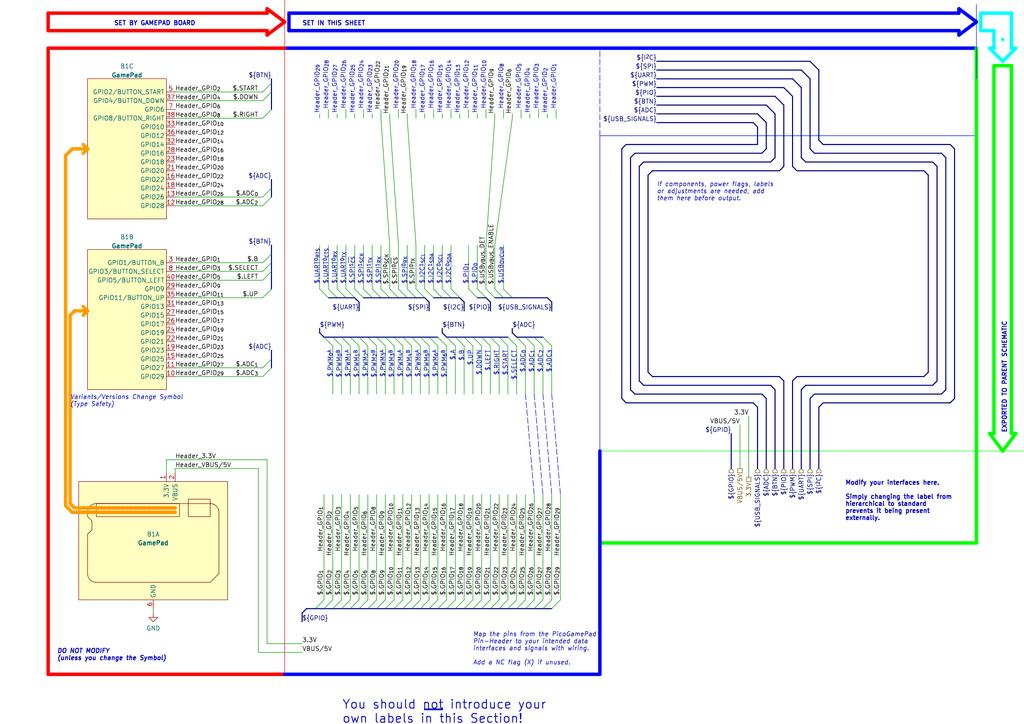
<source format=kicad_sch>
(kicad_sch (version 20211123) (generator eeschema)
  (paper "A4")
  (bus_alias "BTN" (members "A" "B" "UP" "DOWN" "LEFT" "RIGHT" "START" "SELECT"))
  (bus_alias "UART" (members "UART^{0}_{TX}" "UART^{0}_{RX}" "UART^{0}_{CTS}" "UART^{0}_{RTS}" "UART^{1}_{TX}" "UART^{1}_{RX}" "UART^{1}_{CTS}" "UART^{1}_{RTS}"))
  (bus_alias "USB_SIGNALS" (members "USB_{OVCUR}" "USB_{VBUS}_ENABLE" "USB_{VBUS}_DET"))
  (bus_alias "SPI" (members "SPI^{0}_{RX}" "SPI^{0}_{~{CS}}" "SPI^{0}_{SCK}" "SPI^{1}_{RX}" "SPI^{1}_{~{CS}}" "SPI^{1}_{SCK}" "SPI^{0}_{TX}" "SPI^{1}_{TX}"))
  (bus_alias "ADC" (members "ADC_{0}" "ADC_{1}" "ADC_{2}" "ADC_{3}"))
  (bus_alias "PIO" (members "PIO_{0}" "PIO_{1}"))
  (bus_alias "PWM" (members "PWM_{0}^{A}" "PWM_{0}^{B}" "PWM_{1}^{A}" "PWM_{2}^{A}" "PWM_{3}^{A}" "PWM_{4}^{A}" "PWM_{5}^{A}" "PWM_{6}^{A}" "PWM_{1}^{B}" "PWM_{2}^{B}" "PWM_{3}^{B}" "PWM_{4}^{B}" "PWM_{5}^{B}" "PWM_{6}^{B}"))
  (bus_alias "GPIO" (members "GPIO_{1}" "GPIO_{2}" "GPIO_{3}" "GPIO_{4}" "GPIO_{5}" "GPIO_{6}" "GPIO_{7}" "GPIO_{8}" "GPIO_{9}" "GPIO_{10}" "GPIO_{11}" "GPIO_{12}" "GPIO_{13}" "GPIO_{14}" "GPIO_{15}" "GPIO_{16}" "GPIO_{17}" "GPIO_{18}" "GPIO_{19}" "GPIO_{20}" "GPIO_{21}" "GPIO_{22}" "GPIO_{23}" "GPIO_{24}" "GPIO_{25}" "GPIO_{26}" "GPIO_{27}" "GPIO_{28}" "GPIO_{29}"))
  (bus_alias "CLOCK" (members "GPIN_{0}" "GPOUT_{0}" "GPIN_{1}" "GPOUT_{1}" "GPOUT_{2}" "GPOUT_{3}"))
  (bus_alias "I2C" (members "I2C^{0}_{SDA}" "I2C^{0}_{SCL}" "I2C^{1}_{SDA}" "I2C^{1}_{SCL}"))
  (bus_entry (at 152.4 176.53) (size 2.54 -2.54))
  (bus_entry (at 78.74 104.14) (size -2.54 2.54))
  (bus_entry (at 127 176.53) (size 2.54 -2.54))
  (bus_entry (at 140.97 86.36) (size -2.54 -2.54))
  (bus_entry (at 78.74 54.61) (size -2.54 2.54))
  (bus_entry (at 147.32 97.79) (size 2.54 2.54))
  (bus_entry (at 121.92 176.53) (size 2.54 -2.54))
  (bus_entry (at 124.46 176.53) (size 2.54 -2.54))
  (bus_entry (at 106.68 176.53) (size 2.54 -2.54))
  (bus_entry (at 93.98 97.79) (size 2.54 2.54))
  (bus_entry (at 128.27 86.36) (size -2.54 -2.54))
  (bus_entry (at 143.51 86.36) (size -2.54 -2.54))
  (bus_entry (at 91.44 176.53) (size 2.54 -2.54))
  (bus_entry (at 157.48 97.79) (size 2.54 2.54))
  (bus_entry (at 111.76 97.79) (size 2.54 2.54))
  (bus_entry (at 104.14 176.53) (size 2.54 -2.54))
  (bus_entry (at 127 97.79) (size 2.54 2.54))
  (bus_entry (at 78.74 78.74) (size -2.54 2.54))
  (bus_entry (at 157.48 176.53) (size 2.54 -2.54))
  (bus_entry (at 148.59 86.36) (size -2.54 -2.54))
  (bus_entry (at 149.86 97.79) (size 2.54 2.54))
  (bus_entry (at 96.52 176.53) (size 2.54 -2.54))
  (bus_entry (at 78.74 26.67) (size -2.54 2.54))
  (bus_entry (at 93.98 176.53) (size 2.54 -2.54))
  (bus_entry (at 78.74 24.13) (size -2.54 2.54))
  (bus_entry (at 104.14 97.79) (size 2.54 2.54))
  (bus_entry (at 95.25 86.36) (size -2.54 -2.54))
  (bus_entry (at 78.74 106.68) (size -2.54 2.54))
  (bus_entry (at 132.08 97.79) (size 2.54 2.54))
  (bus_entry (at 78.74 73.66) (size -2.54 2.54))
  (bus_entry (at 116.84 97.79) (size 2.54 2.54))
  (bus_entry (at 137.16 97.79) (size 2.54 2.54))
  (bus_entry (at 149.86 176.53) (size 2.54 -2.54))
  (bus_entry (at 125.73 86.36) (size -2.54 -2.54))
  (bus_entry (at 114.3 97.79) (size 2.54 2.54))
  (bus_entry (at 111.76 176.53) (size 2.54 -2.54))
  (bus_entry (at 124.46 97.79) (size 2.54 2.54))
  (bus_entry (at 142.24 97.79) (size 2.54 2.54))
  (bus_entry (at 146.05 86.36) (size -2.54 -2.54))
  (bus_entry (at 101.6 176.53) (size 2.54 -2.54))
  (bus_entry (at 78.74 83.82) (size -2.54 2.54))
  (bus_entry (at 142.24 176.53) (size 2.54 -2.54))
  (bus_entry (at 134.62 97.79) (size 2.54 2.54))
  (bus_entry (at 133.35 86.36) (size -2.54 -2.54))
  (bus_entry (at 105.41 86.36) (size -2.54 -2.54))
  (bus_entry (at 101.6 97.79) (size 2.54 2.54))
  (bus_entry (at 115.57 86.36) (size -2.54 -2.54))
  (bus_entry (at 134.62 176.53) (size 2.54 -2.54))
  (bus_entry (at 109.22 176.53) (size 2.54 -2.54))
  (bus_entry (at 99.06 97.79) (size 2.54 2.54))
  (bus_entry (at 139.7 97.79) (size 2.54 2.54))
  (bus_entry (at 130.81 86.36) (size -2.54 -2.54))
  (bus_entry (at 154.94 176.53) (size 2.54 -2.54))
  (bus_entry (at 123.19 86.36) (size -2.54 -2.54))
  (bus_entry (at 78.74 31.75) (size -2.54 2.54))
  (bus_entry (at 144.78 97.79) (size 2.54 2.54))
  (bus_entry (at 107.95 86.36) (size -2.54 -2.54))
  (bus_entry (at 110.49 86.36) (size -2.54 -2.54))
  (bus_entry (at 113.03 86.36) (size -2.54 -2.54))
  (bus_entry (at 100.33 86.36) (size -2.54 -2.54))
  (bus_entry (at 96.52 97.79) (size 2.54 2.54))
  (bus_entry (at 99.06 176.53) (size 2.54 -2.54))
  (bus_entry (at 120.65 86.36) (size -2.54 -2.54))
  (bus_entry (at 109.22 97.79) (size 2.54 2.54))
  (bus_entry (at 119.38 97.79) (size 2.54 2.54))
  (bus_entry (at 144.78 176.53) (size 2.54 -2.54))
  (bus_entry (at 139.7 176.53) (size 2.54 -2.54))
  (bus_entry (at 119.38 176.53) (size 2.54 -2.54))
  (bus_entry (at 78.74 57.15) (size -2.54 2.54))
  (bus_entry (at 129.54 97.79) (size 2.54 2.54))
  (bus_entry (at 102.87 86.36) (size -2.54 -2.54))
  (bus_entry (at 154.94 97.79) (size 2.54 2.54))
  (bus_entry (at 132.08 176.53) (size 2.54 -2.54))
  (bus_entry (at 137.16 176.53) (size 2.54 -2.54))
  (bus_entry (at 116.84 176.53) (size 2.54 -2.54))
  (bus_entry (at 114.3 176.53) (size 2.54 -2.54))
  (bus_entry (at 78.74 76.2) (size -2.54 2.54))
  (bus_entry (at 138.43 86.36) (size -2.54 -2.54))
  (bus_entry (at 106.68 97.79) (size 2.54 2.54))
  (bus_entry (at 118.11 86.36) (size -2.54 -2.54))
  (bus_entry (at 152.4 97.79) (size 2.54 2.54))
  (bus_entry (at 147.32 176.53) (size 2.54 -2.54))
  (bus_entry (at 121.92 97.79) (size 2.54 2.54))
  (bus_entry (at 129.54 176.53) (size 2.54 -2.54))
  (bus_entry (at 97.79 86.36) (size -2.54 -2.54))
  (bus_entry (at 160.02 176.53) (size 2.54 -2.54))
  (bus (pts (xy 78.74 101.6) (xy 78.74 104.14)))
  (wire (pts (xy 125.73 71.12) (xy 125.73 83.82)))
  (wire (pts (xy 114.3 100.33) (xy 114.3 114.3)))
  (bus (pts (xy 184.15 44.45) (xy 182.88 45.72)))
  (bus (pts (xy 148.59 95.25) (xy 148.59 96.52)))
  (wire (pts (xy 121.92 143.51) (xy 121.92 173.99)))
  (wire (pts (xy 119.38 143.51) (xy 119.38 173.99)))
  (wire (pts (xy 95.25 31.75) (xy 95.25 34.29)))
  (polyline (pts (xy 82.55 13.97) (xy 173.99 13.97)) (stroke (width 1) (type solid) (color 0 0 255 1)))
  (polyline (pts (xy 283.21 157.48) (xy 283.21 130.81)) (stroke (width 1) (type solid) (color 0 255 0 1)))
  (bus (pts (xy 109.22 97.79) (xy 111.76 97.79)))
  (bus (pts (xy 114.3 97.79) (xy 116.84 97.79)))
  (bus (pts (xy 181.61 41.91) (xy 180.34 43.18)))
  (polyline (pts (xy 288.29 19.05) (xy 288.29 125.73)) (stroke (width 1) (type solid) (color 0 255 0 1)))
  (wire (pts (xy 96.52 143.51) (xy 96.52 173.99)))
  (polyline (pts (xy 24.13 91.44) (xy 25.4 90.17)) (stroke (width 1) (type solid) (color 255 153 0 1)))
  (bus (pts (xy 99.06 97.79) (xy 101.6 97.79)))
  (polyline (pts (xy 77.47 10.16) (xy 82.55 6.35)) (stroke (width 1) (type solid) (color 255 0 0 1)))
  (bus (pts (xy 132.08 176.53) (xy 134.62 176.53)))
  (bus (pts (xy 134.62 97.79) (xy 137.16 97.79)))
  (bus (pts (xy 181.61 116.84) (xy 180.34 115.57)))
  (wire (pts (xy 99.06 143.51) (xy 99.06 173.99)))
  (wire (pts (xy 138.43 71.12) (xy 138.43 83.82)))
  (bus (pts (xy 273.05 114.3) (xy 236.22 114.3)))
  (bus (pts (xy 223.52 111.76) (xy 224.79 113.03)))
  (wire (pts (xy 160.02 143.51) (xy 160.02 173.99)))
  (bus (pts (xy 140.97 86.36) (xy 142.24 87.63)))
  (bus (pts (xy 234.95 22.86) (xy 234.95 43.18)))
  (wire (pts (xy 152.4 100.33) (xy 152.4 114.3)))
  (polyline (pts (xy 19.05 146.685) (xy 19.05 45.085)) (stroke (width 1) (type solid) (color 255 153 0 1)))
  (wire (pts (xy 135.89 71.12) (xy 135.89 83.82)))
  (bus (pts (xy 184.15 114.3) (xy 182.88 113.03)))
  (wire (pts (xy 118.11 34.29) (xy 120.65 71.12)))
  (wire (pts (xy 132.08 143.51) (xy 132.08 173.99)))
  (polyline (pts (xy 50.8 147.32) (xy 27.94 147.32)) (stroke (width 1) (type solid) (color 255 153 0 1)))
  (polyline (pts (xy 13.97 3.81) (xy 13.97 8.89)) (stroke (width 1) (type solid) (color 255 0 0 1)))
  (wire (pts (xy 101.6 143.51) (xy 101.6 173.99)))
  (wire (pts (xy 119.38 100.33) (xy 119.38 114.3)))
  (bus (pts (xy 142.24 90.17) (xy 142.24 87.63)))
  (bus (pts (xy 190.5 27.94) (xy 224.79 27.94)))
  (bus (pts (xy 134.62 87.63) (xy 134.62 90.17)))
  (polyline (pts (xy 283.21 39.37) (xy 283.21 22.86)) (stroke (width 0) (type solid) (color 0 0 255 1)))
  (wire (pts (xy 97.79 71.12) (xy 97.79 83.82)))
  (wire (pts (xy 48.26 137.16) (xy 48.26 133.35)))
  (bus (pts (xy 218.44 116.84) (xy 219.71 118.11)))
  (wire (pts (xy 113.03 34.29) (xy 115.57 71.12)))
  (wire (pts (xy 87.63 186.69) (xy 77.47 186.69)))
  (polyline (pts (xy 173.99 13.97) (xy 283.21 13.97)) (stroke (width 1) (type solid) (color 0 0 255 1)))
  (wire (pts (xy 144.78 100.33) (xy 144.78 114.3)))
  (wire (pts (xy 140.97 31.75) (xy 140.97 34.29)))
  (bus (pts (xy 238.76 116.84) (xy 237.49 118.11)))
  (wire (pts (xy 127 143.51) (xy 127 173.99)))
  (bus (pts (xy 219.71 118.11) (xy 219.71 135.89)))
  (bus (pts (xy 119.38 176.53) (xy 121.92 176.53)))
  (wire (pts (xy 149.86 100.33) (xy 149.86 114.3)))
  (wire (pts (xy 110.49 71.12) (xy 110.49 83.82)))
  (polyline (pts (xy 20.32 146.05) (xy 21.59 147.32)) (stroke (width 1) (type solid) (color 255 153 0 1)))
  (bus (pts (xy 190.5 35.56) (xy 218.44 35.56)))
  (bus (pts (xy 219.71 36.83) (xy 218.44 35.56)))
  (wire (pts (xy 138.43 33.02) (xy 138.43 34.29)))
  (bus (pts (xy 96.52 176.53) (xy 99.06 176.53)))
  (wire (pts (xy 130.81 31.75) (xy 130.81 34.29)))
  (bus (pts (xy 232.41 20.32) (xy 234.95 22.86)))
  (bus (pts (xy 275.59 116.84) (xy 276.86 115.57)))
  (polyline (pts (xy 82.55 -1.27) (xy 82.55 13.97)) (stroke (width 0) (type solid) (color 255 0 0 1)))
  (bus (pts (xy 106.68 97.79) (xy 109.22 97.79)))
  (bus (pts (xy 227.33 30.48) (xy 227.33 48.26)))
  (bus (pts (xy 233.68 111.76) (xy 270.51 111.76)))
  (bus (pts (xy 274.32 45.72) (xy 274.32 113.03)))
  (wire (pts (xy 139.7 100.33) (xy 139.7 114.3)))
  (bus (pts (xy 121.92 176.53) (xy 124.46 176.53)))
  (wire (pts (xy 50.8 57.15) (xy 76.2 57.15)))
  (bus (pts (xy 148.59 86.36) (xy 158.75 86.36)))
  (wire (pts (xy 123.19 33.02) (xy 123.19 34.29)))
  (bus (pts (xy 190.5 25.4) (xy 227.33 25.4)))
  (bus (pts (xy 78.74 54.61) (xy 78.74 57.15)))
  (bus (pts (xy 189.23 109.22) (xy 187.96 107.95)))
  (wire (pts (xy 132.08 100.33) (xy 132.08 114.3)))
  (bus (pts (xy 232.41 20.32) (xy 190.5 20.32)))
  (polyline (pts (xy 24.13 44.45) (xy 25.4 43.18)) (stroke (width 1) (type solid) (color 255 153 0 1)))
  (bus (pts (xy 101.6 97.79) (xy 104.14 97.79)))
  (bus (pts (xy 273.05 114.3) (xy 274.32 113.03)))
  (bus (pts (xy 146.05 86.36) (xy 143.51 86.36)))
  (polyline (pts (xy 283.21 130.81) (xy 297.18 130.81)) (stroke (width 0) (type solid) (color 0 255 0 1)))
  (bus (pts (xy 87.63 177.8) (xy 88.9 176.53)))
  (bus (pts (xy 271.78 48.26) (xy 270.51 46.99)))
  (bus (pts (xy 119.38 97.79) (xy 121.92 97.79)))
  (wire (pts (xy 128.27 71.12) (xy 128.27 83.82)))
  (wire (pts (xy 154.94 100.33) (xy 154.94 114.3)))
  (bus (pts (xy 148.59 86.36) (xy 146.05 86.36)))
  (wire (pts (xy 107.95 71.12) (xy 107.95 83.82)))
  (bus (pts (xy 152.4 176.53) (xy 154.94 176.53)))
  (bus (pts (xy 190.5 22.86) (xy 229.87 22.86)))
  (bus (pts (xy 142.24 97.79) (xy 144.78 97.79)))
  (wire (pts (xy 107.95 33.02) (xy 107.95 34.29)))
  (bus (pts (xy 189.23 49.53) (xy 226.06 49.53)))
  (bus (pts (xy 128.27 95.25) (xy 128.27 96.52)))
  (bus (pts (xy 190.5 17.78) (xy 234.95 17.78)))
  (bus (pts (xy 100.33 86.36) (xy 97.79 86.36)))
  (wire (pts (xy 120.65 71.12) (xy 120.65 83.82)))
  (wire (pts (xy 97.79 33.02) (xy 97.79 34.29)))
  (bus (pts (xy 96.52 97.79) (xy 99.06 97.79)))
  (polyline (pts (xy 82.55 195.58) (xy 173.99 195.58)) (stroke (width 1) (type solid) (color 0 0 255 1)))
  (bus (pts (xy 184.15 114.3) (xy 220.98 114.3)))
  (wire (pts (xy 50.8 78.74) (xy 76.2 78.74)))
  (bus (pts (xy 78.74 73.66) (xy 78.74 76.2)))
  (bus (pts (xy 92.71 95.25) (xy 92.71 96.52)))
  (polyline (pts (xy 20.955 43.18) (xy 19.05 45.085)) (stroke (width 1) (type solid) (color 255 153 0 1)))
  (polyline (pts (xy 173.99 157.48) (xy 283.21 157.48)) (stroke (width 1) (type solid) (color 0 255 0 1)))
  (bus (pts (xy 219.71 33.02) (xy 222.25 35.56)))
  (bus (pts (xy 123.19 86.36) (xy 120.65 86.36)))
  (polyline (pts (xy 123.19 205.74) (xy 128.27 205.74)) (stroke (width 0.5) (type solid)))
  (wire (pts (xy 134.62 100.33) (xy 134.62 114.3)))
  (polyline (pts (xy 173.99 39.37) (xy 283.21 39.37)) (stroke (width 0) (type solid) (color 0 0 255 1)))
  (bus (pts (xy 132.08 97.79) (xy 134.62 97.79)))
  (wire (pts (xy 140.97 71.12) (xy 140.97 83.82)))
  (bus (pts (xy 234.95 17.78) (xy 237.49 20.32)))
  (bus (pts (xy 185.42 48.26) (xy 185.42 110.49)))
  (polyline (pts (xy 154.94 114.3) (xy 157.48 143.51)))
  (polyline (pts (xy 157.48 114.3) (xy 160.02 143.51)))
  (bus (pts (xy 187.96 50.8) (xy 187.96 107.95)))
  (bus (pts (xy 134.62 176.53) (xy 137.16 176.53)))
  (wire (pts (xy 50.8 137.16) (xy 50.8 135.89)))
  (wire (pts (xy 74.93 189.23) (xy 74.93 135.89)))
  (wire (pts (xy 113.03 71.12) (xy 113.03 83.82)))
  (wire (pts (xy 147.32 100.33) (xy 147.32 114.3)))
  (wire (pts (xy 124.46 143.51) (xy 124.46 173.99)))
  (wire (pts (xy 111.76 100.33) (xy 111.76 114.3)))
  (wire (pts (xy 121.92 100.33) (xy 121.92 114.3)))
  (wire (pts (xy 50.8 81.28) (xy 76.2 81.28)))
  (bus (pts (xy 226.06 109.22) (xy 227.33 110.49)))
  (polyline (pts (xy 293.37 3.81) (xy 284.48 3.81)) (stroke (width 1) (type solid) (color 0 255 255 1)))
  (polyline (pts (xy 13.97 13.97) (xy 13.97 195.58)) (stroke (width 1) (type solid) (color 255 0 0 1)))
  (bus (pts (xy 106.68 176.53) (xy 109.22 176.53)))
  (bus (pts (xy 133.35 86.36) (xy 134.62 87.63)))
  (bus (pts (xy 224.79 113.03) (xy 224.79 135.89)))
  (bus (pts (xy 111.76 176.53) (xy 114.3 176.53)))
  (bus (pts (xy 275.59 116.84) (xy 238.76 116.84)))
  (polyline (pts (xy 83.82 8.89) (xy 278.13 8.89)) (stroke (width 1) (type solid) (color 0 0 255 1)))
  (wire (pts (xy 217.17 120.65) (xy 217.17 138.43)))
  (bus (pts (xy 78.74 78.74) (xy 78.74 83.82)))
  (wire (pts (xy 161.29 31.75) (xy 161.29 34.29)))
  (bus (pts (xy 212.09 125.73) (xy 212.09 135.89)))
  (bus (pts (xy 267.97 109.22) (xy 269.24 107.95)))
  (wire (pts (xy 156.21 31.75) (xy 156.21 34.29)))
  (bus (pts (xy 124.46 176.53) (xy 127 176.53)))
  (bus (pts (xy 88.9 176.53) (xy 91.44 176.53)))
  (bus (pts (xy 109.22 176.53) (xy 111.76 176.53)))
  (wire (pts (xy 96.52 100.33) (xy 96.52 114.3)))
  (bus (pts (xy 149.86 97.79) (xy 152.4 97.79)))
  (polyline (pts (xy 77.47 2.54) (xy 77.47 3.81)) (stroke (width 1) (type solid) (color 255 0 0 1)))
  (polyline (pts (xy 283.21 130.81) (xy 283.21 13.97)) (stroke (width 1) (type solid) (color 0 255 0 1)))
  (bus (pts (xy 129.54 176.53) (xy 132.08 176.53)))
  (bus (pts (xy 93.98 176.53) (xy 96.52 176.53)))
  (bus (pts (xy 154.94 176.53) (xy 157.48 176.53)))
  (wire (pts (xy 101.6 100.33) (xy 101.6 114.3)))
  (polyline (pts (xy 293.37 19.05) (xy 293.37 125.73)) (stroke (width 1) (type solid) (color 0 255 0 1)))
  (bus (pts (xy 102.87 86.36) (xy 104.14 87.63)))
  (polyline (pts (xy 278.13 10.16) (xy 283.21 6.35)) (stroke (width 1) (type solid) (color 0 0 255 1)))
  (bus (pts (xy 140.97 86.36) (xy 138.43 86.36)))
  (wire (pts (xy 128.27 33.02) (xy 128.27 34.29)))
  (bus (pts (xy 144.78 97.79) (xy 147.32 97.79)))
  (wire (pts (xy 50.8 86.36) (xy 76.2 86.36)))
  (bus (pts (xy 231.14 109.22) (xy 229.87 110.49)))
  (polyline (pts (xy 13.97 8.89) (xy 77.47 8.89)) (stroke (width 1) (type solid) (color 255 0 0 1)))
  (bus (pts (xy 149.86 97.79) (xy 148.59 96.52)))
  (wire (pts (xy 115.57 71.12) (xy 115.57 83.82)))
  (bus (pts (xy 276.86 43.18) (xy 276.86 115.57)))
  (wire (pts (xy 100.33 31.75) (xy 100.33 34.29)))
  (bus (pts (xy 182.88 45.72) (xy 182.88 113.03)))
  (wire (pts (xy 104.14 143.51) (xy 104.14 173.99)))
  (wire (pts (xy 48.26 133.35) (xy 77.47 133.35)))
  (bus (pts (xy 229.87 22.86) (xy 232.41 25.4)))
  (bus (pts (xy 147.32 176.53) (xy 149.86 176.53)))
  (bus (pts (xy 180.34 43.18) (xy 180.34 115.57)))
  (wire (pts (xy 140.97 71.12) (xy 143.51 34.29)))
  (wire (pts (xy 146.05 71.12) (xy 146.05 83.82)))
  (wire (pts (xy 100.33 71.12) (xy 100.33 83.82)))
  (bus (pts (xy 189.23 109.22) (xy 226.06 109.22)))
  (wire (pts (xy 109.22 100.33) (xy 109.22 114.3)))
  (wire (pts (xy 105.41 71.12) (xy 105.41 83.82)))
  (bus (pts (xy 232.41 25.4) (xy 232.41 45.72)))
  (bus (pts (xy 124.46 97.79) (xy 127 97.79)))
  (wire (pts (xy 109.22 143.51) (xy 109.22 173.99)))
  (wire (pts (xy 142.24 143.51) (xy 142.24 173.99)))
  (polyline (pts (xy 293.37 19.05) (xy 288.29 19.05)) (stroke (width 1) (type solid) (color 0 255 0 1)))
  (bus (pts (xy 142.24 176.53) (xy 144.78 176.53)))
  (bus (pts (xy 152.4 97.79) (xy 154.94 97.79)))
  (bus (pts (xy 127 176.53) (xy 129.54 176.53)))
  (polyline (pts (xy 290.83 130.81) (xy 294.64 125.73)) (stroke (width 1) (type solid) (color 0 255 0 1)))
  (polyline (pts (xy 293.37 13.97) (xy 293.37 3.81)) (stroke (width 1) (type solid) (color 0 255 255 1)))
  (polyline (pts (xy 19.05 146.685) (xy 20.955 148.59)) (stroke (width 1) (type solid) (color 255 153 0 1)))
  (bus (pts (xy 87.63 180.34) (xy 87.63 177.8)))
  (wire (pts (xy 50.8 29.21) (xy 76.2 29.21)))
  (bus (pts (xy 222.25 30.48) (xy 190.5 30.48)))
  (wire (pts (xy 116.84 143.51) (xy 116.84 173.99)))
  (wire (pts (xy 106.68 143.51) (xy 106.68 173.99)))
  (polyline (pts (xy 82.55 6.35) (xy 77.47 2.54)) (stroke (width 1) (type solid) (color 255 0 0 1)))
  (polyline (pts (xy 24.13 41.91) (xy 25.4 43.18)) (stroke (width 1) (type solid) (color 255 153 0 1)))
  (wire (pts (xy 162.56 143.51) (xy 162.56 173.99)))
  (wire (pts (xy 125.73 31.75) (xy 125.73 34.29)))
  (bus (pts (xy 129.54 97.79) (xy 132.08 97.79)))
  (polyline (pts (xy 288.29 8.89) (xy 288.29 13.97)) (stroke (width 1) (type solid) (color 0 255 255 1)))
  (bus (pts (xy 78.74 76.2) (xy 78.74 78.74)))
  (bus (pts (xy 139.7 97.79) (xy 142.24 97.79)))
  (wire (pts (xy 142.24 100.33) (xy 142.24 114.3)))
  (bus (pts (xy 236.22 114.3) (xy 234.95 115.57)))
  (wire (pts (xy 50.8 106.68) (xy 76.2 106.68)))
  (bus (pts (xy 238.76 41.91) (xy 237.49 40.64)))
  (bus (pts (xy 227.33 135.89) (xy 227.33 110.49)))
  (bus (pts (xy 123.19 86.36) (xy 124.46 87.63)))
  (bus (pts (xy 128.27 86.36) (xy 125.73 86.36)))
  (wire (pts (xy 151.13 31.75) (xy 151.13 34.29)))
  (wire (pts (xy 116.84 100.33) (xy 116.84 114.3)))
  (wire (pts (xy 154.94 143.51) (xy 154.94 173.99)))
  (bus (pts (xy 220.98 114.3) (xy 222.25 115.57)))
  (bus (pts (xy 223.52 46.99) (xy 224.79 45.72)))
  (bus (pts (xy 78.74 22.86) (xy 78.74 24.13)))
  (wire (pts (xy 153.67 33.02) (xy 153.67 34.29)))
  (polyline (pts (xy 13.97 13.97) (xy 82.55 13.97)) (stroke (width 1) (type solid) (color 255 0 0 1)))
  (polyline (pts (xy 278.13 2.54) (xy 278.13 3.81)) (stroke (width 1) (type solid) (color 0 0 255 1)))
  (bus (pts (xy 78.74 24.13) (xy 78.74 26.67)))
  (bus (pts (xy 219.71 36.83) (xy 219.71 41.91)))
  (bus (pts (xy 237.49 118.11) (xy 237.49 135.89)))
  (wire (pts (xy 105.41 31.75) (xy 105.41 34.29)))
  (polyline (pts (xy 13.97 195.58) (xy 82.55 195.58)) (stroke (width 1) (type solid) (color 255 0 0 1)))
  (wire (pts (xy 50.8 109.22) (xy 76.2 109.22)))
  (polyline (pts (xy 284.48 3.81) (xy 284.48 8.89)) (stroke (width 1) (type solid) (color 0 255 255 1)))
  (polyline (pts (xy 294.64 125.73) (xy 293.37 125.73)) (stroke (width 1) (type solid) (color 0 255 0 1)))
  (wire (pts (xy 102.87 33.02) (xy 102.87 34.29)))
  (polyline (pts (xy 278.13 8.89) (xy 278.13 10.16)) (stroke (width 1) (type solid) (color 0 0 255 1)))
  (wire (pts (xy 148.59 34.29) (xy 143.51 71.12)))
  (wire (pts (xy 160.02 100.33) (xy 160.02 114.3)))
  (wire (pts (xy 87.63 189.23) (xy 74.93 189.23)))
  (bus (pts (xy 104.14 87.63) (xy 104.14 90.17)))
  (polyline (pts (xy 288.29 125.73) (xy 287.02 125.73)) (stroke (width 1) (type solid) (color 0 255 0 1)))
  (wire (pts (xy 149.86 143.51) (xy 149.86 173.99)))
  (bus (pts (xy 269.24 50.8) (xy 269.24 107.95)))
  (polyline (pts (xy 287.02 13.97) (xy 290.83 17.78)) (stroke (width 1) (type solid) (color 0 255 255 1)))
  (wire (pts (xy 143.51 71.12) (xy 143.51 83.82)))
  (wire (pts (xy 147.32 143.51) (xy 147.32 173.99)))
  (polyline (pts (xy 83.82 3.81) (xy 83.82 8.89)) (stroke (width 1) (type solid) (color 0 0 255 1)))
  (bus (pts (xy 267.97 109.22) (xy 231.14 109.22)))
  (bus (pts (xy 237.49 20.32) (xy 237.49 40.64)))
  (polyline (pts (xy 77.47 8.89) (xy 77.47 10.16)) (stroke (width 1) (type solid) (color 255 0 0 1)))
  (bus (pts (xy 270.51 111.76) (xy 271.78 110.49)))
  (wire (pts (xy 118.11 71.12) (xy 118.11 83.82)))
  (bus (pts (xy 224.79 27.94) (xy 227.33 30.48)))
  (bus (pts (xy 137.16 97.79) (xy 139.7 97.79)))
  (bus (pts (xy 273.05 44.45) (xy 274.32 45.72)))
  (wire (pts (xy 137.16 143.51) (xy 137.16 173.99)))
  (bus (pts (xy 144.78 176.53) (xy 147.32 176.53)))
  (bus (pts (xy 186.69 111.76) (xy 223.52 111.76)))
  (bus (pts (xy 128.27 96.52) (xy 129.54 97.79)))
  (wire (pts (xy 157.48 100.33) (xy 157.48 114.3)))
  (polyline (pts (xy 283.21 22.86) (xy 283.21 1.27)) (stroke (width 0) (type solid) (color 0 0 255 1)))
  (wire (pts (xy 104.14 100.33) (xy 104.14 114.3)))
  (bus (pts (xy 189.23 49.53) (xy 187.96 50.8)))
  (bus (pts (xy 236.22 44.45) (xy 234.95 43.18)))
  (wire (pts (xy 102.87 71.12) (xy 102.87 83.82)))
  (bus (pts (xy 186.69 111.76) (xy 185.42 110.49)))
  (wire (pts (xy 113.03 33.02) (xy 113.03 34.29)))
  (polyline (pts (xy 20.32 146.05) (xy 20.32 91.44)) (stroke (width 1) (type solid) (color 255 153 0 1)))
  (wire (pts (xy 118.11 33.02) (xy 118.11 34.29)))
  (bus (pts (xy 104.14 176.53) (xy 106.68 176.53)))
  (wire (pts (xy 74.93 135.89) (xy 50.8 135.89)))
  (polyline (pts (xy 173.99 39.37) (xy 173.99 13.97)) (stroke (width 0) (color 0 0 255 1)))
  (bus (pts (xy 231.14 49.53) (xy 229.87 48.26)))
  (polyline (pts (xy 294.64 13.97) (xy 293.37 13.97)) (stroke (width 1) (type solid) (color 0 255 255 1)))
  (wire (pts (xy 50.8 76.2) (xy 76.2 76.2)))
  (bus (pts (xy 107.95 86.36) (xy 105.41 86.36)))
  (bus (pts (xy 99.06 176.53) (xy 101.6 176.53)))
  (wire (pts (xy 129.54 143.51) (xy 129.54 173.99)))
  (bus (pts (xy 275.59 41.91) (xy 238.76 41.91)))
  (wire (pts (xy 143.51 33.02) (xy 143.51 34.29)))
  (bus (pts (xy 102.87 86.36) (xy 100.33 86.36)))
  (wire (pts (xy 157.48 143.51) (xy 157.48 173.99)))
  (wire (pts (xy 146.05 31.75) (xy 146.05 34.29)))
  (bus (pts (xy 269.24 50.8) (xy 267.97 49.53)))
  (bus (pts (xy 154.94 97.79) (xy 157.48 97.79)))
  (wire (pts (xy 124.46 100.33) (xy 124.46 114.3)))
  (bus (pts (xy 275.59 41.91) (xy 276.86 43.18)))
  (wire (pts (xy 77.47 186.69) (xy 77.47 133.35)))
  (wire (pts (xy 50.8 34.29) (xy 76.2 34.29)))
  (bus (pts (xy 137.16 176.53) (xy 139.7 176.53)))
  (wire (pts (xy 148.59 33.02) (xy 148.59 34.29)))
  (bus (pts (xy 226.06 49.53) (xy 227.33 48.26)))
  (bus (pts (xy 115.57 86.36) (xy 113.03 86.36)))
  (wire (pts (xy 139.7 143.51) (xy 139.7 173.99)))
  (bus (pts (xy 160.02 87.63) (xy 160.02 90.17)))
  (polyline (pts (xy 283.21 130.81) (xy 173.99 130.81)) (stroke (width 0) (type solid) (color 0 255 0 1)))
  (bus (pts (xy 233.68 46.99) (xy 232.41 45.72)))
  (polyline (pts (xy 13.97 3.81) (xy 77.47 3.81)) (stroke (width 1) (type solid) (color 255 0 0 1)))
  (wire (pts (xy 92.71 33.02) (xy 92.71 34.29)))
  (polyline (pts (xy 20.32 91.44) (xy 21.59 90.17)) (stroke (width 1) (type solid) (color 255 153 0 1)))
  (wire (pts (xy 99.06 100.33) (xy 99.06 114.3)))
  (bus (pts (xy 91.44 176.53) (xy 93.98 176.53)))
  (bus (pts (xy 157.48 176.53) (xy 160.02 176.53)))
  (wire (pts (xy 92.71 71.12) (xy 92.71 83.82)))
  (bus (pts (xy 222.25 115.57) (xy 222.25 135.89)))
  (bus (pts (xy 232.41 113.03) (xy 232.41 135.89)))
  (bus (pts (xy 139.7 176.53) (xy 142.24 176.53)))
  (bus (pts (xy 121.92 97.79) (xy 124.46 97.79)))
  (bus (pts (xy 233.68 111.76) (xy 232.41 113.03)))
  (bus (pts (xy 227.33 25.4) (xy 229.87 27.94)))
  (polyline (pts (xy 290.83 11.43) (xy 290.83 11.43)) (stroke (width 1) (type solid) (color 0 255 255 1)))
  (wire (pts (xy 134.62 143.51) (xy 134.62 173.99)))
  (bus (pts (xy 222.25 35.56) (xy 222.25 43.18)))
  (polyline (pts (xy 82.55 195.58) (xy 82.55 13.97)) (stroke (width 0) (type solid) (color 255 0 0 1)))
  (bus (pts (xy 181.61 116.84) (xy 218.44 116.84)))
  (wire (pts (xy 120.65 31.75) (xy 120.65 34.29)))
  (bus (pts (xy 116.84 176.53) (xy 119.38 176.53)))
  (wire (pts (xy 137.16 100.33) (xy 137.16 114.3)))
  (wire (pts (xy 129.54 100.33) (xy 129.54 114.3)))
  (bus (pts (xy 78.74 52.07) (xy 78.74 54.61)))
  (bus (pts (xy 149.86 176.53) (xy 152.4 176.53)))
  (wire (pts (xy 115.57 31.75) (xy 115.57 34.29)))
  (bus (pts (xy 222.25 30.48) (xy 224.79 33.02)))
  (wire (pts (xy 44.45 176.53) (xy 44.45 177.8)))
  (bus (pts (xy 93.98 97.79) (xy 96.52 97.79)))
  (wire (pts (xy 135.89 31.75) (xy 135.89 34.29)))
  (polyline (pts (xy 24.13 88.9) (xy 25.4 90.17)) (stroke (width 1) (type solid) (color 255 153 0 1)))
  (bus (pts (xy 78.74 26.67) (xy 78.74 31.75)))
  (bus (pts (xy 111.76 97.79) (xy 114.3 97.79)))
  (polyline (pts (xy 20.955 43.18) (xy 25.4 43.18)) (stroke (width 1) (type solid) (color 255 153 0 1)))
  (bus (pts (xy 118.11 86.36) (xy 115.57 86.36)))
  (wire (pts (xy 214.63 135.89) (xy 214.63 123.19)))
  (polyline (pts (xy 173.99 130.81) (xy 173.99 39.37)) (stroke (width 0) (type solid) (color 0 0 255 1)))
  (bus (pts (xy 104.14 97.79) (xy 106.68 97.79)))
  (bus (pts (xy 114.3 176.53) (xy 116.84 176.53)))
  (polyline (pts (xy 288.29 13.97) (xy 287.02 13.97)) (stroke (width 1) (type solid) (color 0 255 255 1)))
  (bus (pts (xy 93.98 97.79) (xy 92.71 96.52)))
  (bus (pts (xy 184.15 44.45) (xy 220.98 44.45)))
  (bus (pts (xy 229.87 27.94) (xy 229.87 48.26)))
  (polyline (pts (xy 287.02 125.73) (xy 290.83 130.81)) (stroke (width 1) (type solid) (color 0 255 0 1)))
  (bus (pts (xy 270.51 46.99) (xy 233.68 46.99)))
  (wire (pts (xy 127 100.33) (xy 127 114.3)))
  (bus (pts (xy 116.84 97.79) (xy 119.38 97.79)))
  (polyline (pts (xy 83.82 3.81) (xy 278.13 3.81)) (stroke (width 1) (type solid) (color 0 0 255 1)))
  (wire (pts (xy 110.49 31.75) (xy 110.49 34.29)))
  (bus (pts (xy 110.49 86.36) (xy 107.95 86.36)))
  (bus (pts (xy 78.74 104.14) (xy 78.74 106.68)))
  (bus (pts (xy 130.81 86.36) (xy 128.27 86.36)))
  (bus (pts (xy 220.98 44.45) (xy 222.25 43.18)))
  (wire (pts (xy 114.3 143.51) (xy 114.3 173.99)))
  (bus (pts (xy 229.87 110.49) (xy 229.87 135.89)))
  (polyline (pts (xy 152.4 114.3) (xy 154.94 143.51)))
  (wire (pts (xy 50.8 26.67) (xy 76.2 26.67)))
  (wire (pts (xy 93.98 143.51) (xy 93.98 173.99)))
  (polyline (pts (xy 21.59 90.17) (xy 25.4 90.17)) (stroke (width 1) (type solid) (color 255 153 0 1)))
  (polyline (pts (xy 160.02 114.3) (xy 162.56 143.51)))
  (wire (pts (xy 152.4 143.51) (xy 152.4 173.99)))
  (bus (pts (xy 124.46 87.63) (xy 124.46 90.17)))
  (wire (pts (xy 130.81 71.12) (xy 130.81 83.82)))
  (bus (pts (xy 186.69 46.99) (xy 185.42 48.26)))
  (wire (pts (xy 158.75 33.02) (xy 158.75 34.29)))
  (polyline (pts (xy 20.955 148.59) (xy 50.8 148.59)) (stroke (width 1) (type solid) (color 255 153 0 1)))
  (bus (pts (xy 181.61 41.91) (xy 219.71 41.91)))
  (wire (pts (xy 123.19 71.12) (xy 123.19 83.82)))
  (bus (pts (xy 113.03 86.36) (xy 110.49 86.36)))
  (bus (pts (xy 158.75 86.36) (xy 160.02 87.63)))
  (polyline (pts (xy 284.48 8.89) (xy 288.29 8.89)) (stroke (width 1) (type solid) (color 0 255 255 1)))
  (wire (pts (xy 144.78 143.51) (xy 144.78 173.99)))
  (bus (pts (xy 101.6 176.53) (xy 104.14 176.53)))
  (wire (pts (xy 106.68 100.33) (xy 106.68 114.3)))
  (bus (pts (xy 97.79 86.36) (xy 95.25 86.36)))
  (bus (pts (xy 190.5 33.02) (xy 219.71 33.02)))
  (polyline (pts (xy 290.83 17.78) (xy 294.64 13.97)) (stroke (width 1) (type solid) (color 0 255 255 1)))
  (polyline (pts (xy 173.99 195.58) (xy 173.99 130.81)) (stroke (width 1) (type solid) (color 0 0 255 1)))
  (wire (pts (xy 95.25 71.12) (xy 95.25 83.82)))
  (polyline (pts (xy 27.94 147.32) (xy 21.59 147.32)) (stroke (width 1) (type solid) (color 255 153 0 1)))
  (bus (pts (xy 133.35 86.36) (xy 130.81 86.36)))
  (bus (pts (xy 267.97 49.53) (xy 231.14 49.53)))
  (bus (pts (xy 78.74 71.12) (xy 78.74 73.66)))
  (wire (pts (xy 111.76 143.51) (xy 111.76 173.99)))
  (bus (pts (xy 273.05 44.45) (xy 236.22 44.45)))
  (wire (pts (xy 133.35 33.02) (xy 133.35 34.29)))
  (wire (pts (xy 110.49 34.29) (xy 113.03 71.12)))
  (bus (pts (xy 234.95 115.57) (xy 234.95 135.89)))
  (wire (pts (xy 50.8 59.69) (xy 76.2 59.69)))
  (polyline (pts (xy 283.21 6.35) (xy 278.13 2.54)) (stroke (width 1) (type solid) (color 0 0 255 1)))
  (bus (pts (xy 120.65 86.36) (xy 118.11 86.36)))
  (bus (pts (xy 186.69 46.99) (xy 223.52 46.99)))
  (bus (pts (xy 224.79 45.72) (xy 224.79 33.02)))
  (bus (pts (xy 271.78 48.26) (xy 271.78 110.49)))
  (text "$.PWM_{1}^{B}" (at 104.14 101.6 270) (effects (font (size 1.27 1.27)) (justify right bottom)))
  (text "Header_GPIO_{14}" (at 130.81 31.75 90) (effects (font (size 1.27 1.27)) (justify left bottom)))
  (text "Header_GPIO_{18}" (at 120.65 31.75 90) (effects (font (size 1.27 1.27)) (justify left bottom)))
  (text "Variants/Versions Change Symbol\n(Type Safety)" (at 20.32 118.11 0) (effects (font (size 1.27 1.27) italic) (justify left bottom)))
  (text "You should not introduce your \nown labels in this Section!" (at 99.187 210.058 0) (effects (font (size 2.54 2.54) (thickness 0.254) bold) (justify left bottom)))
  (text "$.USB_{OVCUR}" (at 146.05 82.55 90) (effects (font (size 1.27 1.27)) (justify left bottom)))
  (text "$.START" (at 147.32 101.6 270) (effects (font (size 1.27 1.27)) (justify right bottom)))
  (text "$.A" (at 132.08 101.6 270) (effects (font (size 1.27 1.27)) (justify right bottom)))
  (text "$.UART^{0}_{RX}" (at 97.79 82.55 90) (effects (font (size 1.27 1.27)) (justify left bottom)))
  (text "$.PWM_{6}^{A}" (at 127 101.6 270) (effects (font (size 1.27 1.27)) (justify right bottom)))
  (text "$.SPI^{0}_{RX}" (at 118.11 82.55 90) (effects (font (size 1.27 1.27)) (justify left bottom)))
  (text "$.ADC_{0}" (at 152.4 101.6 270) (effects (font (size 1.27 1.27)) (justify right bottom)))
  (text "Header_GPIO_{11}" (at 138.43 33.02 90) (effects (font (size 1.27 1.27)) (justify left bottom)))
  (text "$.PWM_{5}^{B}" (at 124.46 101.6 270) (effects (font (size 1.27 1.27)) (justify right bottom)))
  (text "$.I2C^{0}_{SCL}" (at 128.27 82.55 90) (effects (font (size 1.27 1.27)) (justify left bottom)))
  (text "Header_GPIO_{10}" (at 140.97 31.75 90) (effects (font (size 1.27 1.27)) (justify left bottom)))
  (text "$.UP" (at 137.16 101.6 270) (effects (font (size 1.27 1.27)) (justify right bottom)))
  (text "Header_GPIO_{2}" (at 158.75 33.02 90) (effects (font (size 1.27 1.27)) (justify left bottom)))
  (text "Header_GPIO_{28}" (at 95.25 31.75 90) (effects (font (size 1.27 1.27)) (justify left bottom)))
  (text "$.I2C^{1}_{SCL}" (at 123.19 82.55 90) (effects (font (size 1.27 1.27)) (justify left bottom)))
  (text "$.DOWN" (at 139.7 101.6 270) (effects (font (size 1.27 1.27)) (justify right bottom)))
  (text "Modify your interfaces here.\n\nSimply changing the label from \nhierarchical to standard\nprevents it being present\nexternally." (at 245.11 151.13 0) (effects (font (size 1.27 1.27) (thickness 0.254) bold) (justify left bottom)))
  (text "$.B" (at 134.62 101.6 270) (effects (font (size 1.27 1.27)) (justify right bottom)))
  (text "$.PWM_{1}^{A}" (at 101.6 101.6 270) (effects (font (size 1.27 1.27)) (justify right bottom)))
  (text "Header_GPIO_{17}" (at 123.19 33.02 90) (effects (font (size 1.27 1.27)) (justify left bottom)))
  (text "$.PWM_{2}^{A}" (at 106.68 101.6 270) (effects (font (size 1.27 1.27)) (justify right bottom)))
  (text "$.PWM_{2}^{B}" (at 109.22 101.6 270) (effects (font (size 1.27 1.27)) (justify right bottom)))
  (text "$.UART^{0}_{RTS}" (at 92.71 82.55 90) (effects (font (size 1.27 1.27)) (justify left bottom)))
  (text "DO NOT MODIFY\n(unless you change the Symbol)" (at 16.51 191.77 0) (effects (font (size 1.27 1.27) (thickness 0.254) bold italic) (justify left bottom)))
  (text "Header_GPIO_{24}" (at 105.41 31.75 90) (effects (font (size 1.27 1.27)) (justify left bottom)))
  (text "$.PWM_{6}^{B}" (at 129.54 101.6 270) (effects (font (size 1.27 1.27)) (justify right bottom)))
  (text "$.PWM_{3}^{B}" (at 114.3 101.6 270) (effects (font (size 1.27 1.27)) (justify right bottom)))
  (text "$.SPI^{1}_{RX}" (at 110.49 82.55 90) (effects (font (size 1.27 1.27)) (justify left bottom)))
  (text "$.I2C^{0}_{SDA}" (at 130.81 82.55 90) (effects (font (size 1.27 1.27)) (justify left bottom)))
  (text "$.SPI^{1}_{SCK}" (at 105.41 82.55 90) (effects (font (size 1.27 1.27)) (justify left bottom)))
  (text "$.PWM_{0}^{B}" (at 99.06 101.6 270) (effects (font (size 1.27 1.27)) (justify right bottom)))
  (text "$.LEFT" (at 142.24 101.6 270) (effects (font (size 1.27 1.27)) (justify right bottom)))
  (text "Header_GPIO_{8}" (at 146.05 31.75 90) (effects (font (size 1.27 1.27)) (justify left bottom)))
  (text "$.SPI^{1}_{TX}" (at 107.95 82.55 90) (effects (font (size 1.27 1.27)) (justify left bottom)))
  (text "$.ADC_{2}" (at 157.48 101.6 270) (effects (font (size 1.27 1.27)) (justify right bottom)))
  (text "$.PIO_{1}" (at 135.89 82.55 90) (effects (font (size 1.27 1.27)) (justify left bottom)))
  (text "Header_GPIO_{23}" (at 107.95 33.02 90) (effects (font (size 1.27 1.27)) (justify left bottom)))
  (text "$.SPI^{1}_{~{CS}}" (at 102.87 82.55 90) (effects (font (size 1.27 1.27)) (justify left bottom)))
  (text "EXPORTED TO PARENT SCHEMATIC" (at 292.1 125.73 90) (effects (font (size 1.27 1.27) (thickness 0.254) bold) (justify left bottom)))
  (text "Map the pins from the PicoGamePad\nPin-Header to your intended data\ninterfaces and signals with wiring.\n\nAdd a NC flag (X) if unused." (at 137.16 193.04 0) (effects (font (size 1.27 1.27) italic) (justify left bottom)))
  (text "$.ADC_{3}" (at 160.02 101.6 270) (effects (font (size 1.27 1.27)) (justify right bottom)))
  (text "Header_GPIO_{29}" (at 92.71 33.02 90) (effects (font (size 1.27 1.27)) (justify left bottom)))
  (text "$.PWM_{5}^{A}" (at 121.92 101.6 270) (effects (font (size 1.27 1.27)) (justify right bottom)))
  (text "Header_GPIO_{20}" (at 115.57 31.75 90) (effects (font (size 1.27 1.27)) (justify left bottom)))
  (text "$.I2C^{1}_{SDA}" (at 125.73 82.55 90) (effects (font (size 1.27 1.27)) (justify left bottom)))
  (text "Header_GPIO_{5}" (at 151.13 31.75 90) (effects (font (size 1.27 1.27)) (justify left bottom)))
  (text "Header_GPIO_{12}" (at 135.89 31.75 90) (effects (font (size 1.27 1.27)) (justify left bottom)))
  (text "$.PWM_{4}^{A}" (at 116.84 101.6 270) (effects (font (size 1.27 1.27)) (justify right bottom)))
  (text "Header_GPIO_{25}" (at 102.87 33.02 90) (effects (font (size 1.27 1.27)) (justify left bottom)))
  (text "Header_GPIO_{4}" (at 153.67 33.02 90) (effects (font (size 1.27 1.27)) (justify left bottom)))
  (text "$.PWM_{0}^{A}" (at 96.52 101.6 270) (effects (font (size 1.27 1.27)) (justify right bottom)))
  (text "SET IN THIS SHEET" (at 87.63 7.62 0) (effects (font (size 1.27 1.27) (thickness 0.254) bold) (justify left bottom)))
  (text "$.SELECT" (at 149.86 101.6 270) (effects (font (size 1.27 1.27)) (justify right bottom)))
  (text "Header_GPIO_{16}" (at 125.73 31.75 90) (effects (font (size 1.27 1.27)) (justify left bottom)))
  (text "Header_GPIO_{3}" (at 156.21 31.75 90) (effects (font (size 1.27 1.27)) (justify left bottom)))
  (text "$.PIO_{0}" (at 138.43 82.55 90) (effects (font (size 1.27 1.27)) (justify left bottom)))
  (text "Header_GPIO_{1}" (at 161.29 31.75 90) (effects (font (size 1.27 1.27)) (justify left bottom)))
  (text "SET BY GAMEPAD BOARD" (at 33.02 7.62 0) (effects (font (size 1.27 1.27) (thickness 0.254) bold) (justify left bottom)))
  (text "If components, power flags, labels\nor adjustments are needed, add\nthem here before output." (at 190.5 58.42 0) (effects (font (size 1.27 1.27) italic) (justify left bottom)))
  (text "$.UART^{0}_{CTS}" (at 95.25 82.55 90) (effects (font (size 1.27 1.27)) (justify left bottom)))
  (text "Header_GPIO_{27}" (at 97.79 33.02 90) (effects (font (size 1.27 1.27)) (justify left bottom)))
  (text "$.PWM_{3}^{A}" (at 111.76 101.6 270) (effects (font (size 1.27 1.27)) (justify right bottom)))
  (text "$.UART^{0}_{TX}" (at 100.33 82.55 90) (effects (font (size 1.27 1.27)) (justify left bottom)))
  (text "$.PWM_{4}^{B}" (at 119.38 101.6 270) (effects (font (size 1.27 1.27)) (justify right bottom)))
  (text "Header_GPIO_{15}" (at 128.27 33.02 90) (effects (font (size 1.27 1.27)) (justify left bottom)))
  (text "Header_GPIO_{13}" (at 133.35 33.02 90) (effects (font (size 1.27 1.27)) (justify left bottom)))
  (text "$.RIGHT" (at 144.78 101.6 270) (effects (font (size 1.27 1.27)) (justify right bottom)))
  (text "Header_GPIO_{26}" (at 100.33 31.75 90) (effects (font (size 1.27 1.27)) (justify left bottom)))
  (text "$.ADC_{1}" (at 154.94 101.6 270) (effects (font (size 1.27 1.27)) (justify right bottom)))
  (label "$.SELECT" (at 74.93 78.74 180))
  (label "$.GPIO_{26}" (at 154.94 172.72 90))
  (label "$.GPIO_{21}" (at 142.24 172.72 90))
  (label "Header_GPIO_{13}" (at 121.92 161.29 90))
  (label "$.GPIO_{29}" (at 162.56 172.72 90))
  (label "Header_GPIO_{8}" (at 50.8 34.29 0))
  (label "Header_GPIO_{21}" (at 113.03 33.02 90))
  (label "$.GPIO_{23}" (at 147.32 172.72 90))
  (label "$.ADC_{1}" (at 74.93 106.68 180))
  (label "Header_GPIO_{26}" (at 154.94 160.02 90))
  (label "$.GPIO_{5}" (at 104.14 172.72 90))
  (label "Header_GPIO_{29}" (at 162.56 161.29 90))
  (label "${ADC}" (at 78.74 101.6 180))
  (label "$.GPIO_{12}" (at 119.38 172.72 90))
  (label "Header_GPIO_{6}" (at 148.59 33.02 90))
  (label "${SPI}" (at 124.46 90.17 180))
  (label "$.RIGHT" (at 74.93 34.29 180))
  (label "Header_GPIO_{22}" (at 50.8 52.07 0))
  (label "Header_GPIO_{1}" (at 93.98 160.02 90))
  (label "Header_GPIO_{11}" (at 116.84 161.29 90))
  (label "$.GPIO_{11}" (at 116.84 172.72 90))
  (label "Header_VBUS{slash}5V" (at 50.8 135.89 0))
  (label "$.ADC_{2}" (at 74.93 59.69 180))
  (label "Header_GPIO_{6}" (at 106.68 161.29 90))
  (label "Header_GPIO_{15}" (at 50.8 91.44 0))
  (label "Header_GPIO_{19}" (at 50.8 96.52 0))
  (label "Header_GPIO_{12}" (at 119.38 160.02 90))
  (label "$.SPI^{0}_{~{CS}}" (at 115.57 82.55 90))
  (label "VBUS{slash}5V" (at 214.63 123.19 180))
  (label "Header_GPIO_{2}" (at 50.8 26.67 0))
  (label "$.GPIO_{22}" (at 144.78 172.72 90))
  (label "Header_GPIO_{22}" (at 110.49 31.75 90))
  (label "${USB_SIGNALS}" (at 190.5 35.56 180))
  (label "${GPIO}" (at 87.63 180.34 0))
  (label "Header_GPIO_{17}" (at 50.8 93.98 0))
  (label "Header_GPIO_{19}" (at 137.16 161.29 90))
  (label "${PIO}" (at 142.24 90.17 180))
  (label "Header_GPIO_{25}" (at 152.4 161.29 90))
  (label "Header_GPIO_{25}" (at 50.8 104.14 0))
  (label "$.GPIO_{17}" (at 132.08 172.72 90))
  (label "Header_GPIO_{1}" (at 50.8 76.2 0))
  (label "$.USB_{VBUS}_ENABLE" (at 143.51 82.55 90))
  (label "Header_GPIO_{23}" (at 50.8 101.6 0))
  (label "Header_GPIO_{5}" (at 50.8 81.28 0))
  (label "Header_GPIO_{28}" (at 50.8 59.69 0))
  (label "Header_GPIO_{18}" (at 134.62 160.02 90))
  (label "3.3V" (at 217.17 120.65 180))
  (label "$.GPIO_{24}" (at 149.86 172.72 90))
  (label "Header_GPIO_{18}" (at 50.8 46.99 0))
  (label "${ADC}" (at 78.74 52.07 180))
  (label "Header_GPIO_{15}" (at 127 161.29 90))
  (label "$.GPIO_{1}" (at 93.98 172.72 90))
  (label "$.GPIO_{20}" (at 139.7 172.72 90))
  (label "Header_GPIO_{5}" (at 104.14 160.02 90))
  (label "Header_GPIO_{23}" (at 147.32 161.29 90))
  (label "Header_GPIO_{3}" (at 50.8 78.74 0))
  (label "$.GPIO_{9}" (at 111.76 172.72 90))
  (label "Header_3.3V" (at 50.8 133.35 0))
  (label "Header_GPIO_{27}" (at 157.48 161.29 90))
  (label "$.GPIO_{8}" (at 109.22 172.72 90))
  (label "$.B" (at 74.93 76.2 180))
  (label "Header_GPIO_{8}" (at 109.22 160.02 90))
  (label "Header_GPIO_{16}" (at 50.8 44.45 0))
  (label "Header_GPIO_{9}" (at 143.51 33.02 90))
  (label "Header_GPIO_{20}" (at 139.7 160.02 90))
  (label "$.GPIO_{27}" (at 157.48 172.72 90))
  (label "$.GPIO_{15}" (at 127 172.72 90))
  (label "Header_GPIO_{16}" (at 129.54 160.02 90))
  (label "Header_GPIO_{9}" (at 50.8 83.82 0))
  (label "$.GPIO_{14}" (at 124.46 172.72 90))
  (label "${ADC}" (at 190.5 33.02 180))
  (label "${SPI}" (at 190.5 20.32 180))
  (label "$.GPIO_{6}" (at 106.68 172.72 90))
  (label "Header_GPIO_{29}" (at 50.8 109.22 0))
  (label "$.DOWN" (at 74.93 29.21 180))
  (label "Header_GPIO_{22}" (at 144.78 160.02 90))
  (label "Header_GPIO_{19}" (at 118.11 33.02 90))
  (label "$.USB_{VBUS}_DET" (at 140.97 82.55 90))
  (label "$.SPI^{0}_{SCK}" (at 113.03 82.55 90))
  (label "${I2C}" (at 134.62 90.17 180))
  (label "${ADC}" (at 148.59 95.25 0))
  (label "${PIO}" (at 190.5 27.94 180))
  (label "$.ADC_{0}" (at 74.93 57.15 180))
  (label "${BTN}" (at 78.74 71.12 180))
  (label "Header_GPIO_{24}" (at 50.8 54.61 0))
  (label "$.GPIO_{28}" (at 160.02 172.72 90))
  (label "$.GPIO_{18}" (at 134.62 172.72 90))
  (label "Header_GPIO_{17}" (at 132.08 161.29 90))
  (label "$.SPI^{0}_{TX}" (at 120.65 82.55 90))
  (label "3.3V" (at 87.63 186.69 0))
  (label "$.GPIO_{13}" (at 121.92 172.72 90))
  (label "Header_GPIO_{6}" (at 50.8 31.75 0))
  (label "${BTN}" (at 78.74 22.86 180))
  (label "Header_GPIO_{28}" (at 160.02 160.02 90))
  (label "Header_GPIO_{20}" (at 50.8 49.53 0))
  (label "${BTN}" (at 190.5 30.48 180))
  (label "Header_GPIO_{10}" (at 50.8 36.83 0))
  (label "Header_GPIO_{14}" (at 50.8 41.91 0))
  (label "Header_GPIO_{2}" (at 96.52 161.29 90))
  (label "${BTN}" (at 128.27 95.25 0))
  (label "Header_GPIO_{21}" (at 50.8 99.06 0))
  (label "Header_GPIO_{21}" (at 142.24 161.29 90))
  (label "$.GPIO_{4}" (at 101.6 172.72 90))
  (label "$.GPIO_{3}" (at 99.06 172.72 90))
  (label "Header_GPIO_{24}" (at 149.86 160.02 90))
  (label "Header_GPIO_{14}" (at 124.46 160.02 90))
  (label "$.ADC_{3}" (at 74.93 109.22 180))
  (label "$.LEFT" (at 74.93 81.28 180))
  (label "$.GPIO_{19}" (at 137.16 172.72 90))
  (label "${USB_SIGNALS}" (at 160.02 90.17 180))
  (label "$.START" (at 74.93 26.67 180))
  (label "${UART}" (at 104.14 90.17 180))
  (label "Header_GPIO_{10}" (at 114.3 160.02 90))
  (label "$.GPIO_{2}" (at 96.52 172.72 90))
  (label "Header_GPIO_{26}" (at 50.8 57.15 0))
  (label "${UART}" (at 190.5 22.86 180))
  (label "${PWM}" (at 190.5 25.4 180))
  (label "${GPIO}" (at 212.09 125.73 180))
  (label "$.GPIO_{16}" (at 129.54 172.72 90))
  (label "Header_GPIO_{27}" (at 50.8 106.68 0))
  (label "$.GPIO_{10}" (at 114.3 172.72 90))
  (label "Header_GPIO_{9}" (at 111.76 161.29 90))
  (label "${PWM}" (at 92.71 95.25 0))
  (label "$.GPIO_{25}" (at 152.4 172.72 90))
  (label "$.UP" (at 74.93 86.36 180))
  (label "Header_GPIO_{3}" (at 99.06 160.02 90))
  (label "${I^{2}C}" (at 190.5 17.78 180))
  (label "Header_GPIO_{11}" (at 50.8 86.36 0))
  (label "Header_GPIO_{4}" (at 101.6 161.29 90))
  (label "Header_GPIO_{13}" (at 50.8 88.9 0))
  (label "VBUS{slash}5V" (at 87.63 189.23 0))
  (label "Header_GPIO_{4}" (at 50.8 29.21 0))
  (label "Header_GPIO_{12}" (at 50.8 39.37 0))
  (hierarchical_label "VBUS{slash}5V" (shape passive) (at 214.63 135.89 270))
  (hierarchical_label "${USB_SIGNALS}" (shape input) (at 219.71 135.89 270))
  (hierarchical_label "3.3V" (shape passive) (at 217.17 138.43 270))
  (hierarchical_label "${ADC}" (shape input) (at 222.25 135.89 270))
  (hierarchical_label "${BTN}" (shape input) (at 224.79 135.89 270))
  (hierarchical_label "${SPI}" (shape input) (at 234.95 135.89 270))
  (hierarchical_label "${I^{2}C}" (shape input) (at 237.49 135.89 270))
  (hierarchical_label "${PIO}" (shape input) (at 227.33 135.89 270))
  (hierarchical_label "${GPIO}" (shape input) (at 212.09 135.89 270))
  (hierarchical_label "${PWM}" (shape input) (at 229.87 135.89 270))
  (hierarchical_label "${UART}" (shape input) (at 232.41 135.89 270))
  (symbol (lib_id "4ms_Power-symbol:GND") (at 44.45 177.8 0) (unit 1)
    (property "Reference" "#PWR0106" (effects hide))
    (property "Value" "GND" (at 44.45 182.2434 0))
  )
  (symbol (lib_name "GamePad_2") (lib_id "0:GamePad") (at 48.26 72.39 0) (mirror y) (unit 2) (in_bom no)
    (property "Reference" "B1" (at 36.83 68.7286 0))
    (property "Value" "GamePad" (at 36.83 71.3369 0) (effects (font bold)))
    (property "Footprint" "0:GamePad" (effects hide))
  )
  (symbol (lib_id "0:GamePad") (at 44.45 154.94 0) (unit 1) (in_bom no)
    (property "Reference" "B1" (at 44.45 154.94 0))
    (property "Value" "GamePad" (at 44.45 157.48 0) (effects (font bold)))
    (property "Footprint" "0:GamePad" (effects hide))
  )
  (symbol (lib_name "GamePad_1") (lib_id "0:GamePad") (at 48.26 22.86 0) (mirror y) (unit 3) (in_bom no)
    (property "Reference" "B1" (at 36.83 19.1986 0))
    (property "Value" "GamePad" (at 36.83 21.8069 0) (effects (font bold)))
    (property "Footprint" "0:GamePad" (effects hide))
  )
)
</source>
